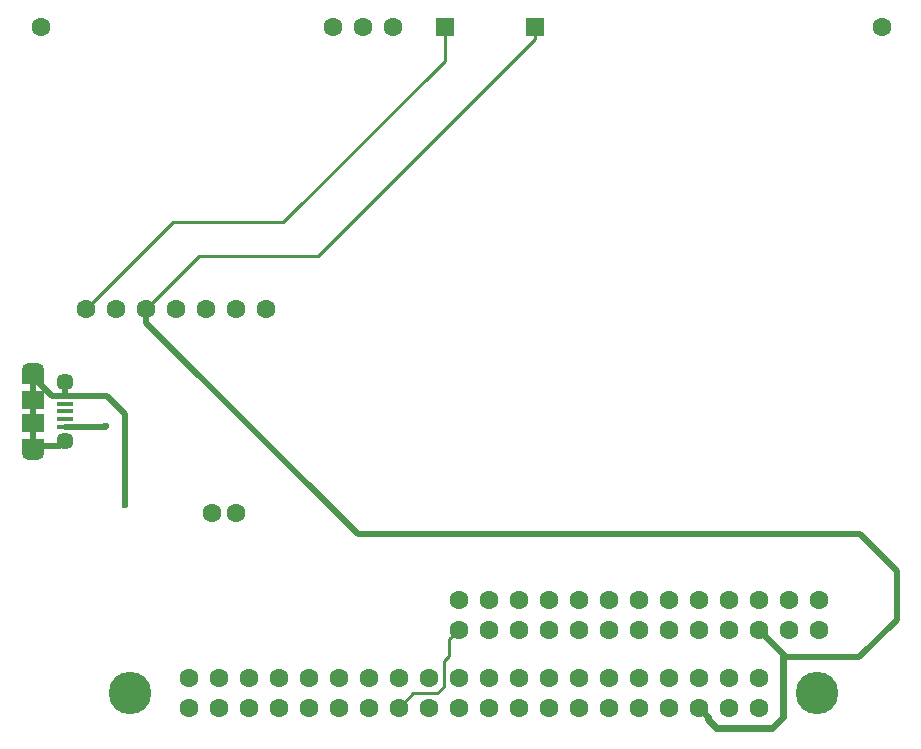
<source format=gbr>
G04 #@! TF.GenerationSoftware,KiCad,Pcbnew,5.0.2+dfsg1-1~bpo9+1*
G04 #@! TF.CreationDate,2019-03-08T11:12:02+00:00*
G04 #@! TF.ProjectId,thin_ZBS_screen,7468696e-5f5a-4425-935f-73637265656e,rev?*
G04 #@! TF.SameCoordinates,Original*
G04 #@! TF.FileFunction,Copper,L2,Bot*
G04 #@! TF.FilePolarity,Positive*
%FSLAX46Y46*%
G04 Gerber Fmt 4.6, Leading zero omitted, Abs format (unit mm)*
G04 Created by KiCad (PCBNEW 5.0.2+dfsg1-1~bpo9+1) date Fri 08 Mar 2019 11:12:02 GMT*
%MOMM*%
%LPD*%
G01*
G04 APERTURE LIST*
G04 #@! TA.AperFunction,ComponentPad*
%ADD10C,1.600000*%
G04 #@! TD*
G04 #@! TA.AperFunction,SMDPad,CuDef*
%ADD11R,1.900000X1.500000*%
G04 #@! TD*
G04 #@! TA.AperFunction,ComponentPad*
%ADD12C,1.450000*%
G04 #@! TD*
G04 #@! TA.AperFunction,SMDPad,CuDef*
%ADD13R,1.350000X0.400000*%
G04 #@! TD*
G04 #@! TA.AperFunction,ComponentPad*
%ADD14O,1.900000X1.200000*%
G04 #@! TD*
G04 #@! TA.AperFunction,SMDPad,CuDef*
%ADD15R,1.900000X1.200000*%
G04 #@! TD*
G04 #@! TA.AperFunction,SMDPad,CuDef*
%ADD16R,1.524000X1.524000*%
G04 #@! TD*
G04 #@! TA.AperFunction,ComponentPad*
%ADD17C,3.600000*%
G04 #@! TD*
G04 #@! TA.AperFunction,ViaPad*
%ADD18C,0.600000*%
G04 #@! TD*
G04 #@! TA.AperFunction,Conductor*
%ADD19C,0.250000*%
G04 #@! TD*
G04 #@! TA.AperFunction,Conductor*
%ADD20C,0.500000*%
G04 #@! TD*
G04 #@! TA.AperFunction,Conductor*
%ADD21C,0.580000*%
G04 #@! TD*
G04 APERTURE END LIST*
D10*
G04 #@! TO.P,U1,19*
G04 #@! TO.N,Net-(U1-Pad19)*
X154940000Y-97028000D03*
G04 #@! TO.P,U1,20*
G04 #@! TO.N,Net-(U1-Pad20)*
X154940000Y-99568000D03*
G04 #@! TO.P,U1,17*
G04 #@! TO.N,Net-(U1-Pad17)*
X157480000Y-97028000D03*
G04 #@! TO.P,U1,15*
G04 #@! TO.N,Net-(U1-Pad15)*
X160020000Y-97028000D03*
G04 #@! TO.P,U1,13*
G04 #@! TO.N,Net-(U1-Pad13)*
X162560000Y-97028000D03*
G04 #@! TO.P,U1,11*
G04 #@! TO.N,Net-(U1-Pad11)*
X165100000Y-97028000D03*
G04 #@! TO.P,U1,9*
G04 #@! TO.N,Net-(U1-Pad9)*
X167640000Y-97028000D03*
G04 #@! TO.P,U1,7*
G04 #@! TO.N,Net-(U1-Pad7)*
X170180000Y-97028000D03*
G04 #@! TO.P,U1,5*
G04 #@! TO.N,Net-(U1-Pad5)*
X172720000Y-97028000D03*
G04 #@! TO.P,U1,3*
G04 #@! TO.N,Net-(U1-Pad3)*
X175260000Y-97028000D03*
G04 #@! TO.P,U1,1*
G04 #@! TO.N,Net-(U1-Pad1)*
X177800000Y-97028000D03*
G04 #@! TO.P,U1,18*
G04 #@! TO.N,Net-(U1-Pad18)*
X157480000Y-99568000D03*
G04 #@! TO.P,U1,16*
G04 #@! TO.N,Net-(U1-Pad16)*
X160020000Y-99568000D03*
G04 #@! TO.P,U1,14*
G04 #@! TO.N,Net-(U1-Pad14)*
X162560000Y-99568000D03*
G04 #@! TO.P,U1,12*
G04 #@! TO.N,Net-(U1-Pad12)*
X165100000Y-99568000D03*
G04 #@! TO.P,U1,10*
G04 #@! TO.N,Net-(U1-Pad10)*
X167640000Y-99568000D03*
G04 #@! TO.P,U1,8*
G04 #@! TO.N,Net-(U1-Pad8)*
X170180000Y-99568000D03*
G04 #@! TO.P,U1,6*
G04 #@! TO.N,Net-(SW1-Pad2)*
X172720000Y-99568000D03*
G04 #@! TO.P,U1,4*
G04 #@! TO.N,Net-(SW2-Pad1)*
X175260000Y-99568000D03*
G04 #@! TO.P,U1,2*
X177800000Y-99568000D03*
G04 #@! TO.P,U1,21*
G04 #@! TO.N,Net-(U1-Pad21)*
X152400000Y-97028000D03*
G04 #@! TO.P,U1,22*
G04 #@! TO.N,Net-(U1-Pad22)*
X152400000Y-99568000D03*
G04 #@! TO.P,U1,23*
G04 #@! TO.N,Net-(U1-Pad23)*
X149860000Y-97028000D03*
G04 #@! TO.P,U1,24*
G04 #@! TO.N,Net-(U1-Pad24)*
X149860000Y-99568000D03*
G04 #@! TO.P,U1,25*
G04 #@! TO.N,Net-(U1-Pad25)*
X147320000Y-97028000D03*
G04 #@! TO.P,U1,26*
G04 #@! TO.N,Net-(U1-Pad26)*
X147320000Y-99568000D03*
G04 #@! TD*
D11*
G04 #@! TO.P,J1,6*
G04 #@! TO.N,Net-(J1-Pad5)*
X111284500Y-80089500D03*
D12*
X113984500Y-83589500D03*
D13*
G04 #@! TO.P,J1,2*
G04 #@! TO.N,Net-(J1-Pad2)*
X113984500Y-81739500D03*
G04 #@! TO.P,J1,1*
G04 #@! TO.N,Net-(J1-Pad1)*
X113984500Y-82389500D03*
G04 #@! TO.P,J1,5*
G04 #@! TO.N,Net-(J1-Pad5)*
X113984500Y-79789500D03*
G04 #@! TO.P,J1,4*
G04 #@! TO.N,Net-(J1-Pad4)*
X113984500Y-80439500D03*
G04 #@! TO.P,J1,3*
G04 #@! TO.N,Net-(J1-Pad3)*
X113984500Y-81089500D03*
D12*
G04 #@! TO.P,J1,6*
G04 #@! TO.N,Net-(J1-Pad5)*
X113984500Y-78589500D03*
D11*
X111284500Y-82089500D03*
D14*
X111284500Y-84589500D03*
X111284500Y-77589500D03*
D15*
X111284500Y-78189500D03*
X111284500Y-83989500D03*
G04 #@! TD*
D10*
G04 #@! TO.P,U3,1*
G04 #@! TO.N,Net-(J1-Pad1)*
X131000500Y-72453500D03*
G04 #@! TO.P,U3,2*
G04 #@! TO.N,Net-(J1-Pad5)*
X128460500Y-72453500D03*
G04 #@! TO.P,U3,3*
G04 #@! TO.N,Net-(U3-Pad3)*
X125920500Y-72453500D03*
G04 #@! TO.P,U3,4*
G04 #@! TO.N,Net-(U3-Pad4)*
X123380500Y-72453500D03*
G04 #@! TO.P,U3,5*
G04 #@! TO.N,Net-(SW1-Pad2)*
X120840500Y-72453500D03*
G04 #@! TO.P,U3,6*
G04 #@! TO.N,Net-(SW2-Pad2)*
X118300500Y-72453500D03*
G04 #@! TO.P,U3,7*
G04 #@! TO.N,Net-(SW1-Pad1)*
X115760500Y-72453500D03*
G04 #@! TD*
G04 #@! TO.P,U4,1*
G04 #@! TO.N,Net-(U3-Pad4)*
X126428500Y-89725500D03*
G04 #@! TO.P,U4,2*
G04 #@! TO.N,Net-(U3-Pad3)*
X128460500Y-89725500D03*
G04 #@! TD*
G04 #@! TO.P,SW2,1*
G04 #@! TO.N,Net-(SW2-Pad1)*
X141732000Y-48514000D03*
G04 #@! TO.P,SW2,2*
G04 #@! TO.N,Net-(SW2-Pad2)*
X139192000Y-48514000D03*
G04 #@! TO.P,SW2,3*
G04 #@! TO.N,Net-(SW2-Pad3)*
X136652000Y-48514000D03*
G04 #@! TD*
D16*
G04 #@! TO.P,SW1,1*
G04 #@! TO.N,Net-(SW1-Pad1)*
X146113500Y-48577500D03*
G04 #@! TO.P,SW1,2*
G04 #@! TO.N,Net-(SW1-Pad2)*
X153733500Y-48577500D03*
G04 #@! TD*
D17*
G04 #@! TO.P,U2,0*
G04 #@! TO.N,N/C*
X177673000Y-104902000D03*
X119507000Y-104902000D03*
D10*
G04 #@! TO.P,U2,1*
G04 #@! TO.N,Net-(U2-Pad1)*
X172720000Y-103632000D03*
G04 #@! TO.P,U2,2*
G04 #@! TO.N,Net-(SW2-Pad1)*
X172720000Y-106172000D03*
G04 #@! TO.P,U2,3*
G04 #@! TO.N,Net-(U2-Pad3)*
X170180000Y-103632000D03*
G04 #@! TO.P,U2,4*
G04 #@! TO.N,Net-(SW2-Pad1)*
X170180000Y-106172000D03*
G04 #@! TO.P,U2,5*
G04 #@! TO.N,Net-(U2-Pad5)*
X167640000Y-103632000D03*
G04 #@! TO.P,U2,6*
G04 #@! TO.N,Net-(SW1-Pad2)*
X167640000Y-106172000D03*
G04 #@! TO.P,U2,7*
G04 #@! TO.N,Net-(U2-Pad7)*
X165100000Y-103632000D03*
G04 #@! TO.P,U2,8*
G04 #@! TO.N,Net-(U2-Pad8)*
X165100000Y-106172000D03*
G04 #@! TO.P,U2,9*
G04 #@! TO.N,Net-(U2-Pad9)*
X162560000Y-103632000D03*
G04 #@! TO.P,U2,10*
G04 #@! TO.N,Net-(U2-Pad10)*
X162560000Y-106172000D03*
G04 #@! TO.P,U2,11*
G04 #@! TO.N,Net-(U1-Pad11)*
X160020000Y-103632000D03*
G04 #@! TO.P,U2,12*
G04 #@! TO.N,Net-(U2-Pad12)*
X160020000Y-106172000D03*
G04 #@! TO.P,U2,13*
G04 #@! TO.N,Net-(U2-Pad13)*
X157480000Y-103632000D03*
G04 #@! TO.P,U2,14*
G04 #@! TO.N,Net-(U2-Pad14)*
X157480000Y-106172000D03*
G04 #@! TO.P,U2,15*
G04 #@! TO.N,Net-(U2-Pad15)*
X154940000Y-103632000D03*
G04 #@! TO.P,U2,16*
G04 #@! TO.N,Net-(U2-Pad16)*
X154940000Y-106172000D03*
G04 #@! TO.P,U2,17*
G04 #@! TO.N,Net-(U2-Pad17)*
X152400000Y-103632000D03*
G04 #@! TO.P,U2,18*
G04 #@! TO.N,Net-(U1-Pad18)*
X152400000Y-106172000D03*
G04 #@! TO.P,U2,19*
G04 #@! TO.N,Net-(U1-Pad19)*
X149860000Y-103632000D03*
G04 #@! TO.P,U2,20*
G04 #@! TO.N,Net-(U2-Pad20)*
X149860000Y-106172000D03*
G04 #@! TO.P,U2,21*
G04 #@! TO.N,Net-(U1-Pad21)*
X147320000Y-103632000D03*
G04 #@! TO.P,U2,22*
G04 #@! TO.N,Net-(U1-Pad22)*
X147320000Y-106172000D03*
G04 #@! TO.P,U2,23*
G04 #@! TO.N,Net-(U1-Pad23)*
X144780000Y-103632000D03*
G04 #@! TO.P,U2,24*
G04 #@! TO.N,Net-(U1-Pad24)*
X144780000Y-106172000D03*
G04 #@! TO.P,U2,25*
G04 #@! TO.N,Net-(U2-Pad25)*
X142240000Y-103632000D03*
G04 #@! TO.P,U2,26*
G04 #@! TO.N,Net-(U1-Pad26)*
X142240000Y-106172000D03*
G04 #@! TO.P,U2,27*
G04 #@! TO.N,Net-(U2-Pad27)*
X139700000Y-103632000D03*
G04 #@! TO.P,U2,28*
G04 #@! TO.N,Net-(U2-Pad28)*
X139700000Y-106172000D03*
G04 #@! TO.P,U2,29*
G04 #@! TO.N,Net-(U2-Pad29)*
X137160000Y-103632000D03*
G04 #@! TO.P,U2,30*
G04 #@! TO.N,Net-(U2-Pad30)*
X137160000Y-106172000D03*
G04 #@! TO.P,U2,31*
G04 #@! TO.N,Net-(U2-Pad31)*
X134620000Y-103632000D03*
G04 #@! TO.P,U2,32*
G04 #@! TO.N,Net-(U2-Pad32)*
X134620000Y-106172000D03*
G04 #@! TO.P,U2,33*
G04 #@! TO.N,Net-(U2-Pad33)*
X132080000Y-103632000D03*
G04 #@! TO.P,U2,34*
G04 #@! TO.N,Net-(U2-Pad34)*
X132080000Y-106172000D03*
G04 #@! TO.P,U2,35*
G04 #@! TO.N,Net-(U2-Pad35)*
X129540000Y-103632000D03*
G04 #@! TO.P,U2,36*
G04 #@! TO.N,Net-(U2-Pad36)*
X129540000Y-106172000D03*
G04 #@! TO.P,U2,37*
G04 #@! TO.N,Net-(U2-Pad37)*
X127000000Y-103632000D03*
G04 #@! TO.P,U2,38*
G04 #@! TO.N,Net-(U2-Pad38)*
X127000000Y-106172000D03*
G04 #@! TO.P,U2,39*
G04 #@! TO.N,Net-(U2-Pad39)*
X124460000Y-103632000D03*
G04 #@! TO.P,U2,40*
G04 #@! TO.N,Net-(U2-Pad40)*
X124460000Y-106172000D03*
G04 #@! TD*
G04 #@! TO.P,U5,1*
G04 #@! TO.N,Net-(U5-Pad1)*
X111950500Y-48577500D03*
G04 #@! TD*
G04 #@! TO.P,U6,1*
G04 #@! TO.N,Net-(U6-Pad1)*
X183134000Y-48577500D03*
G04 #@! TD*
D18*
G04 #@! TO.N,Net-(J1-Pad5)*
X119062500Y-89027000D03*
G04 #@! TO.N,Net-(J1-Pad1)*
X117475000Y-82359500D03*
G04 #@! TD*
D19*
G04 #@! TO.N,Net-(U1-Pad26)*
X146520001Y-100367999D02*
X146520001Y-101764999D01*
X147320000Y-99568000D02*
X146520001Y-100367999D01*
X146520001Y-101764999D02*
X146050000Y-102235000D01*
X146050000Y-102235000D02*
X146050000Y-104394000D01*
X146050000Y-104394000D02*
X145491200Y-104952800D01*
X143459200Y-104952800D02*
X142240000Y-106172000D01*
X145491200Y-104952800D02*
X143459200Y-104952800D01*
D20*
G04 #@! TO.N,Net-(J1-Pad5)*
X119062500Y-89027000D02*
X119062500Y-81343500D01*
X117508500Y-79789500D02*
X113984500Y-79789500D01*
X119062500Y-81343500D02*
X117508500Y-79789500D01*
X113984500Y-79789500D02*
X113984500Y-78589500D01*
X112884500Y-79789500D02*
X111284500Y-78189500D01*
X113984500Y-79789500D02*
X112884500Y-79789500D01*
X111284500Y-78189500D02*
X111284500Y-80089500D01*
X111284500Y-80089500D02*
X111284500Y-82089500D01*
X111284500Y-82089500D02*
X111284500Y-83989500D01*
X113584500Y-83989500D02*
X113984500Y-83589500D01*
X111284500Y-83989500D02*
X113584500Y-83989500D01*
G04 #@! TO.N,Net-(J1-Pad1)*
X117445000Y-82389500D02*
X113984500Y-82389500D01*
X117475000Y-82359500D02*
X117445000Y-82389500D01*
D21*
G04 #@! TO.N,Net-(SW1-Pad2)*
X168439999Y-106971999D02*
X168439999Y-107175199D01*
X167640000Y-106172000D02*
X168439999Y-106971999D01*
X168439999Y-107175199D02*
X169138600Y-107873800D01*
X169138600Y-107873800D02*
X173812200Y-107873800D01*
X173812200Y-107873800D02*
X174752000Y-106934000D01*
X174752000Y-101600000D02*
X172720000Y-99568000D01*
D19*
X153733500Y-49589500D02*
X135378000Y-67945000D01*
X153733500Y-48577500D02*
X153733500Y-49589500D01*
X125349000Y-67945000D02*
X120840500Y-72453500D01*
X135378000Y-67945000D02*
X125349000Y-67945000D01*
D20*
X120840500Y-73584870D02*
X138759130Y-91503500D01*
X120840500Y-72453500D02*
X120840500Y-73584870D01*
X138759130Y-91503500D02*
X181292500Y-91503500D01*
X181292500Y-91503500D02*
X184404000Y-94615000D01*
X184404000Y-94615000D02*
X184404000Y-98742500D01*
X181229000Y-101917500D02*
X174752000Y-101917500D01*
X184404000Y-98742500D02*
X181229000Y-101917500D01*
D21*
X174752000Y-101917500D02*
X174752000Y-101600000D01*
X174752000Y-106934000D02*
X174752000Y-101917500D01*
D19*
G04 #@! TO.N,Net-(SW1-Pad1)*
X123126500Y-65087500D02*
X132461000Y-65087500D01*
X115760500Y-72453500D02*
X123126500Y-65087500D01*
X146113500Y-51435000D02*
X146113500Y-48577500D01*
X132461000Y-65087500D02*
X146113500Y-51435000D01*
G04 #@! TD*
M02*

</source>
